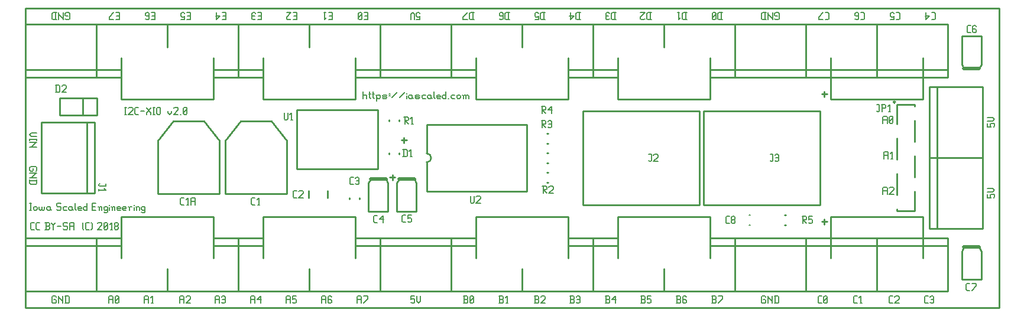
<source format=gbr>
G04 start of page 8 for group -4079 idx -4079 *
G04 Title: (unknown), topsilk *
G04 Creator: pcb 20140316 *
G04 CreationDate: Mon 29 Jan 2018 01:09:38 AM GMT UTC *
G04 For: railfan *
G04 Format: Gerber/RS-274X *
G04 PCB-Dimensions (mil): 5500.00 1700.00 *
G04 PCB-Coordinate-Origin: lower left *
%MOIN*%
%FSLAX25Y25*%
%LNTOPSILK*%
%ADD79C,0.0200*%
%ADD78C,0.0080*%
%ADD77C,0.0100*%
G54D77*X449500Y49000D02*X452500D01*
X451000Y50500D02*Y47500D01*
X500Y500D02*X549500D01*
X500Y169500D02*Y500D01*
X207500Y75500D02*Y72500D01*
X206000Y74000D02*X209000D01*
X214000Y96500D02*Y93500D01*
X212500Y95000D02*X215500D01*
X500Y169500D02*X549500D01*
X451000Y122500D02*Y119500D01*
X449500Y121000D02*X452500D01*
X549500Y169500D02*Y500D01*
G54D78*X218000Y7000D02*X220000D01*
X218000D02*Y5000D01*
X218500Y5500D01*
X219500D01*
X220000Y5000D01*
Y3500D01*
X219500Y3000D02*X220000Y3500D01*
X218500Y3000D02*X219500D01*
X218000Y3500D02*X218500Y3000D01*
X221200Y7000D02*Y4000D01*
X222200Y3000D01*
X223200Y4000D01*
Y7000D02*Y4000D01*
X247500Y3000D02*X249500D01*
X250000Y3500D01*
Y4500D02*Y3500D01*
X249500Y5000D02*X250000Y4500D01*
X248000Y5000D02*X249500D01*
X248000Y7000D02*Y3000D01*
X247500Y7000D02*X249500D01*
X250000Y6500D01*
Y5500D01*
X249500Y5000D02*X250000Y5500D01*
X251200Y3500D02*X251700Y3000D01*
X251200Y6500D02*Y3500D01*
Y6500D02*X251700Y7000D01*
X252700D01*
X253200Y6500D01*
Y3500D01*
X252700Y3000D02*X253200Y3500D01*
X251700Y3000D02*X252700D01*
X251200Y4000D02*X253200Y6000D01*
X267500Y3000D02*X269500D01*
X270000Y3500D01*
Y4500D02*Y3500D01*
X269500Y5000D02*X270000Y4500D01*
X268000Y5000D02*X269500D01*
X268000Y7000D02*Y3000D01*
X267500Y7000D02*X269500D01*
X270000Y6500D01*
Y5500D01*
X269500Y5000D02*X270000Y5500D01*
X271700Y3000D02*X272700D01*
X272200Y7000D02*Y3000D01*
X271200Y6000D02*X272200Y7000D01*
X287500Y3000D02*X289500D01*
X290000Y3500D01*
Y4500D02*Y3500D01*
X289500Y5000D02*X290000Y4500D01*
X288000Y5000D02*X289500D01*
X288000Y7000D02*Y3000D01*
X287500Y7000D02*X289500D01*
X290000Y6500D01*
Y5500D01*
X289500Y5000D02*X290000Y5500D01*
X291200Y6500D02*X291700Y7000D01*
X293200D01*
X293700Y6500D01*
Y5500D01*
X291200Y3000D02*X293700Y5500D01*
X291200Y3000D02*X293700D01*
X508000D02*X509500D01*
X507500Y3500D02*X508000Y3000D01*
X507500Y6500D02*Y3500D01*
Y6500D02*X508000Y7000D01*
X509500D01*
X510700Y6500D02*X511200Y7000D01*
X512200D01*
X512700Y6500D01*
Y3500D01*
X512200Y3000D02*X512700Y3500D01*
X511200Y3000D02*X512200D01*
X510700Y3500D02*X511200Y3000D01*
Y5000D02*X512700D01*
X448000Y3000D02*X449500D01*
X447500Y3500D02*X448000Y3000D01*
X447500Y6500D02*Y3500D01*
Y6500D02*X448000Y7000D01*
X449500D01*
X450700Y3500D02*X451200Y3000D01*
X450700Y6500D02*Y3500D01*
Y6500D02*X451200Y7000D01*
X452200D01*
X452700Y6500D01*
Y3500D01*
X452200Y3000D02*X452700Y3500D01*
X451200Y3000D02*X452200D01*
X450700Y4000D02*X452700Y6000D01*
X468000Y3000D02*X469500D01*
X467500Y3500D02*X468000Y3000D01*
X467500Y6500D02*Y3500D01*
Y6500D02*X468000Y7000D01*
X469500D01*
X471200Y3000D02*X472200D01*
X471700Y7000D02*Y3000D01*
X470700Y6000D02*X471700Y7000D01*
X107500Y6500D02*Y3000D01*
Y6500D02*X108000Y7000D01*
X109500D01*
X110000Y6500D01*
Y3000D01*
X107500Y5000D02*X110000D01*
X111200Y6500D02*X111700Y7000D01*
X112700D01*
X113200Y6500D01*
Y3500D01*
X112700Y3000D02*X113200Y3500D01*
X111700Y3000D02*X112700D01*
X111200Y3500D02*X111700Y3000D01*
Y5000D02*X113200D01*
X167500Y6500D02*Y3000D01*
Y6500D02*X168000Y7000D01*
X169500D01*
X170000Y6500D01*
Y3000D01*
X167500Y5000D02*X170000D01*
X172700Y7000D02*X173200Y6500D01*
X171700Y7000D02*X172700D01*
X171200Y6500D02*X171700Y7000D01*
X171200Y6500D02*Y3500D01*
X171700Y3000D01*
X172700Y5000D02*X173200Y4500D01*
X171200Y5000D02*X172700D01*
X171700Y3000D02*X172700D01*
X173200Y3500D01*
Y4500D02*Y3500D01*
X187500Y6500D02*Y3000D01*
Y6500D02*X188000Y7000D01*
X189500D01*
X190000Y6500D01*
Y3000D01*
X187500Y5000D02*X190000D01*
X191200Y3000D02*X193700Y5500D01*
Y7000D02*Y5500D01*
X191200Y7000D02*X193700D01*
X127500Y6500D02*Y3000D01*
Y6500D02*X128000Y7000D01*
X129500D01*
X130000Y6500D01*
Y3000D01*
X127500Y5000D02*X130000D01*
X131200D02*X133200Y7000D01*
X131200Y5000D02*X133700D01*
X133200Y7000D02*Y3000D01*
X147500Y6500D02*Y3000D01*
Y6500D02*X148000Y7000D01*
X149500D01*
X150000Y6500D01*
Y3000D01*
X147500Y5000D02*X150000D01*
X151200Y7000D02*X153200D01*
X151200D02*Y5000D01*
X151700Y5500D01*
X152700D01*
X153200Y5000D01*
Y3500D01*
X152700Y3000D02*X153200Y3500D01*
X151700Y3000D02*X152700D01*
X151200Y3500D02*X151700Y3000D01*
X87500Y6500D02*Y3000D01*
Y6500D02*X88000Y7000D01*
X89500D01*
X90000Y6500D01*
Y3000D01*
X87500Y5000D02*X90000D01*
X91200Y6500D02*X91700Y7000D01*
X93200D01*
X93700Y6500D01*
Y5500D01*
X91200Y3000D02*X93700Y5500D01*
X91200Y3000D02*X93700D01*
X47500Y6500D02*Y3000D01*
Y6500D02*X48000Y7000D01*
X49500D01*
X50000Y6500D01*
Y3000D01*
X47500Y5000D02*X50000D01*
X51200Y3500D02*X51700Y3000D01*
X51200Y6500D02*Y3500D01*
Y6500D02*X51700Y7000D01*
X52700D01*
X53200Y6500D01*
Y3500D01*
X52700Y3000D02*X53200Y3500D01*
X51700Y3000D02*X52700D01*
X51200Y4000D02*X53200Y6000D01*
X67500Y6500D02*Y3000D01*
Y6500D02*X68000Y7000D01*
X69500D01*
X70000Y6500D01*
Y3000D01*
X67500Y5000D02*X70000D01*
X71700Y3000D02*X72700D01*
X72200Y7000D02*Y3000D01*
X71200Y6000D02*X72200Y7000D01*
X17500D02*X18000Y6500D01*
X16000Y7000D02*X17500D01*
X15500Y6500D02*X16000Y7000D01*
X15500Y6500D02*Y3500D01*
X16000Y3000D01*
X17500D01*
X18000Y3500D01*
Y4500D02*Y3500D01*
X17500Y5000D02*X18000Y4500D01*
X16500Y5000D02*X17500D01*
X19200Y7000D02*Y3000D01*
Y7000D02*Y6500D01*
X21700Y4000D01*
Y7000D02*Y3000D01*
X23400Y7000D02*Y3000D01*
X24900Y7000D02*X25400Y6500D01*
Y3500D01*
X24900Y3000D02*X25400Y3500D01*
X22900Y3000D02*X24900D01*
X22900Y7000D02*X24900D01*
X7000Y78000D02*X6500Y77500D01*
X7000Y79500D02*Y78000D01*
X6500Y80000D02*X7000Y79500D01*
X3500Y80000D02*X6500D01*
X3500D02*X3000Y79500D01*
Y78000D01*
X3500Y77500D01*
X4500D01*
X5000Y78000D02*X4500Y77500D01*
X5000Y79000D02*Y78000D01*
X3000Y76300D02*X7000D01*
X6500D02*X7000D01*
X6500D02*X4000Y73800D01*
X3000D02*X7000D01*
X3000Y72100D02*X7000D01*
Y70600D02*X6500Y70100D01*
X3500D02*X6500D01*
X3000Y70600D02*X3500Y70100D01*
X3000Y72600D02*Y70600D01*
X7000Y72600D02*Y70600D01*
X4000Y44500D02*X5500D01*
X3500Y45000D02*X4000Y44500D01*
X3500Y48000D02*Y45000D01*
Y48000D02*X4000Y48500D01*
X5500D01*
X7200Y44500D02*X8700D01*
X6700Y45000D02*X7200Y44500D01*
X6700Y48000D02*Y45000D01*
Y48000D02*X7200Y48500D01*
X8700D01*
X11700Y44500D02*X13700D01*
X14200Y45000D01*
Y46000D02*Y45000D01*
X13700Y46500D02*X14200Y46000D01*
X12200Y46500D02*X13700D01*
X12200Y48500D02*Y44500D01*
X11700Y48500D02*X13700D01*
X14200Y48000D01*
Y47000D01*
X13700Y46500D02*X14200Y47000D01*
X15400Y48500D02*Y48000D01*
X16400Y47000D01*
X17400Y48000D01*
Y48500D02*Y48000D01*
X16400Y47000D02*Y44500D01*
X18600Y46500D02*X20600D01*
X23800Y48500D02*X24300Y48000D01*
X22300Y48500D02*X23800D01*
X21800Y48000D02*X22300Y48500D01*
X21800Y48000D02*Y47000D01*
X22300Y46500D01*
X23800D01*
X24300Y46000D01*
Y45000D01*
X23800Y44500D02*X24300Y45000D01*
X22300Y44500D02*X23800D01*
X21800Y45000D02*X22300Y44500D01*
X25500Y48000D02*Y44500D01*
Y48000D02*X26000Y48500D01*
X27500D01*
X28000Y48000D01*
Y44500D01*
X25500Y46500D02*X28000D01*
X32800Y45000D02*X33300Y44500D01*
X32800Y48000D02*X33300Y48500D01*
X32800Y48000D02*Y45000D01*
X35000Y44500D02*X36500D01*
X34500Y45000D02*X35000Y44500D01*
X34500Y48000D02*Y45000D01*
Y48000D02*X35000Y48500D01*
X36500D01*
X37700D02*X38200Y48000D01*
Y45000D01*
X37700Y44500D02*X38200Y45000D01*
X41200Y48000D02*X41700Y48500D01*
X43200D01*
X43700Y48000D01*
Y47000D01*
X41200Y44500D02*X43700Y47000D01*
X41200Y44500D02*X43700D01*
X44900Y45000D02*X45400Y44500D01*
X44900Y48000D02*Y45000D01*
Y48000D02*X45400Y48500D01*
X46400D01*
X46900Y48000D01*
Y45000D01*
X46400Y44500D02*X46900Y45000D01*
X45400Y44500D02*X46400D01*
X44900Y45500D02*X46900Y47500D01*
X48600Y44500D02*X49600D01*
X49100Y48500D02*Y44500D01*
X48100Y47500D02*X49100Y48500D01*
X50800Y45000D02*X51300Y44500D01*
X50800Y46000D02*Y45000D01*
Y46000D02*X51300Y46500D01*
X52300D01*
X52800Y46000D01*
Y45000D01*
X52300Y44500D02*X52800Y45000D01*
X51300Y44500D02*X52300D01*
X50800Y47000D02*X51300Y46500D01*
X50800Y48000D02*Y47000D01*
Y48000D02*X51300Y48500D01*
X52300D01*
X52800Y48000D01*
Y47000D01*
X52300Y46500D02*X52800Y47000D01*
X3000Y59500D02*X4000D01*
X3500D02*Y55500D01*
X3000D02*X4000D01*
X5200Y57000D02*Y56000D01*
Y57000D02*X5700Y57500D01*
X6700D01*
X7200Y57000D01*
Y56000D01*
X6700Y55500D02*X7200Y56000D01*
X5700Y55500D02*X6700D01*
X5200Y56000D02*X5700Y55500D01*
X8400Y57500D02*Y56000D01*
X8900Y55500D01*
X9400D01*
X9900Y56000D01*
Y57500D02*Y56000D01*
X10400Y55500D01*
X10900D01*
X11400Y56000D01*
Y57500D02*Y56000D01*
X14100Y57500D02*X14600Y57000D01*
X13100Y57500D02*X14100D01*
X12600Y57000D02*X13100Y57500D01*
X12600Y57000D02*Y56000D01*
X13100Y55500D01*
X14600Y57500D02*Y56000D01*
X15100Y55500D01*
X13100D02*X14100D01*
X14600Y56000D01*
X20100Y59500D02*X20600Y59000D01*
X18600Y59500D02*X20100D01*
X18100Y59000D02*X18600Y59500D01*
X18100Y59000D02*Y58000D01*
X18600Y57500D01*
X20100D01*
X20600Y57000D01*
Y56000D01*
X20100Y55500D02*X20600Y56000D01*
X18600Y55500D02*X20100D01*
X18100Y56000D02*X18600Y55500D01*
X22300Y57500D02*X23800D01*
X21800Y57000D02*X22300Y57500D01*
X21800Y57000D02*Y56000D01*
X22300Y55500D01*
X23800D01*
X26500Y57500D02*X27000Y57000D01*
X25500Y57500D02*X26500D01*
X25000Y57000D02*X25500Y57500D01*
X25000Y57000D02*Y56000D01*
X25500Y55500D01*
X27000Y57500D02*Y56000D01*
X27500Y55500D01*
X25500D02*X26500D01*
X27000Y56000D01*
X28700Y59500D02*Y56000D01*
X29200Y55500D01*
X30700D02*X32200D01*
X30200Y56000D02*X30700Y55500D01*
X30200Y57000D02*Y56000D01*
Y57000D02*X30700Y57500D01*
X31700D01*
X32200Y57000D01*
X30200Y56500D02*X32200D01*
Y57000D02*Y56500D01*
X35400Y59500D02*Y55500D01*
X34900D02*X35400Y56000D01*
X33900Y55500D02*X34900D01*
X33400Y56000D02*X33900Y55500D01*
X33400Y57000D02*Y56000D01*
Y57000D02*X33900Y57500D01*
X34900D01*
X35400Y57000D01*
X38400Y57500D02*X39900D01*
X38400Y55500D02*X40400D01*
X38400Y59500D02*Y55500D01*
Y59500D02*X40400D01*
X42100Y57000D02*Y55500D01*
Y57000D02*X42600Y57500D01*
X43100D01*
X43600Y57000D01*
Y55500D01*
X41600Y57500D02*X42100Y57000D01*
X46300Y57500D02*X46800Y57000D01*
X45300Y57500D02*X46300D01*
X44800Y57000D02*X45300Y57500D01*
X44800Y57000D02*Y56000D01*
X45300Y55500D01*
X46300D01*
X46800Y56000D01*
X44800Y54500D02*X45300Y54000D01*
X46300D01*
X46800Y54500D01*
Y57500D02*Y54500D01*
X48000Y58500D02*Y58000D01*
Y57000D02*Y55500D01*
X49500Y57000D02*Y55500D01*
Y57000D02*X50000Y57500D01*
X50500D01*
X51000Y57000D01*
Y55500D01*
X49000Y57500D02*X49500Y57000D01*
X52700Y55500D02*X54200D01*
X52200Y56000D02*X52700Y55500D01*
X52200Y57000D02*Y56000D01*
Y57000D02*X52700Y57500D01*
X53700D01*
X54200Y57000D01*
X52200Y56500D02*X54200D01*
Y57000D02*Y56500D01*
X55900Y55500D02*X57400D01*
X55400Y56000D02*X55900Y55500D01*
X55400Y57000D02*Y56000D01*
Y57000D02*X55900Y57500D01*
X56900D01*
X57400Y57000D01*
X55400Y56500D02*X57400D01*
Y57000D02*Y56500D01*
X59100Y57000D02*Y55500D01*
Y57000D02*X59600Y57500D01*
X60600D01*
X58600D02*X59100Y57000D01*
X61800Y58500D02*Y58000D01*
Y57000D02*Y55500D01*
X63300Y57000D02*Y55500D01*
Y57000D02*X63800Y57500D01*
X64300D01*
X64800Y57000D01*
Y55500D01*
X62800Y57500D02*X63300Y57000D01*
X67500Y57500D02*X68000Y57000D01*
X66500Y57500D02*X67500D01*
X66000Y57000D02*X66500Y57500D01*
X66000Y57000D02*Y56000D01*
X66500Y55500D01*
X67500D01*
X68000Y56000D01*
X66000Y54500D02*X66500Y54000D01*
X67500D01*
X68000Y54500D01*
Y57500D02*Y54500D01*
X4000Y99000D02*X7000D01*
X4000D02*X3000Y98000D01*
X4000Y97000D01*
X7000D01*
Y95800D02*Y94800D01*
X3000Y95300D02*X7000D01*
X3000Y95800D02*Y94800D01*
Y93600D02*X7000D01*
X6500D02*X7000D01*
X6500D02*X4000Y91100D01*
X3000D02*X7000D01*
X56500Y113500D02*X57500D01*
X57000D02*Y109500D01*
X56500D02*X57500D01*
X58700Y113000D02*X59200Y113500D01*
X60700D01*
X61200Y113000D01*
Y112000D01*
X58700Y109500D02*X61200Y112000D01*
X58700Y109500D02*X61200D01*
X62900D02*X64400D01*
X62400Y110000D02*X62900Y109500D01*
X62400Y113000D02*Y110000D01*
Y113000D02*X62900Y113500D01*
X64400D01*
X65600Y111500D02*X67600D01*
X68800Y113500D02*Y113000D01*
X71300Y110500D01*
Y109500D01*
X68800Y110500D02*Y109500D01*
Y110500D02*X71300Y113000D01*
Y113500D02*Y113000D01*
X72500Y113500D02*X73500D01*
X73000D02*Y109500D01*
X72500D02*X73500D01*
X74700Y113000D02*Y110000D01*
Y113000D02*X75200Y113500D01*
X76200D01*
X76700Y113000D01*
Y110000D01*
X76200Y109500D02*X76700Y110000D01*
X75200Y109500D02*X76200D01*
X74700Y110000D02*X75200Y109500D01*
X81000Y111500D02*Y110500D01*
X82000Y109500D01*
X83000Y110500D01*
Y111500D02*Y110500D01*
X84200Y113000D02*X84700Y113500D01*
X86200D01*
X86700Y113000D01*
Y112000D01*
X84200Y109500D02*X86700Y112000D01*
X84200Y109500D02*X86700D01*
X87900D02*X88400D01*
X89600Y110000D02*X90100Y109500D01*
X89600Y113000D02*Y110000D01*
Y113000D02*X90100Y113500D01*
X91100D01*
X91600Y113000D01*
Y110000D01*
X91100Y109500D02*X91600Y110000D01*
X90100Y109500D02*X91100D01*
X89600Y110500D02*X91600Y112500D01*
X353000Y167000D02*Y163000D01*
X351500D02*X351000Y163500D01*
Y166500D02*Y163500D01*
X351500Y167000D02*X351000Y166500D01*
X351500Y167000D02*X353500D01*
X351500Y163000D02*X353500D01*
X349800Y163500D02*X349300Y163000D01*
X347800D02*X349300D01*
X347800D02*X347300Y163500D01*
Y164500D02*Y163500D01*
X349800Y167000D02*X347300Y164500D01*
Y167000D02*X349800D01*
X393000D02*Y163000D01*
X391500D02*X391000Y163500D01*
Y166500D02*Y163500D01*
X391500Y167000D02*X391000Y166500D01*
X391500Y167000D02*X393500D01*
X391500Y163000D02*X393500D01*
X389800Y166500D02*X389300Y167000D01*
X389800Y166500D02*Y163500D01*
X389300Y163000D01*
X388300D02*X389300D01*
X388300D02*X387800Y163500D01*
Y166500D02*Y163500D01*
X388300Y167000D02*X387800Y166500D01*
X388300Y167000D02*X389300D01*
X389800Y166000D02*X387800Y164000D01*
X373000Y167000D02*Y163000D01*
X371500D02*X371000Y163500D01*
Y166500D02*Y163500D01*
X371500Y167000D02*X371000Y166500D01*
X371500Y167000D02*X373500D01*
X371500Y163000D02*X373500D01*
X368300Y167000D02*X369300D01*
X368800D02*Y163000D01*
X369800Y164000D02*X368800Y163000D01*
X333000Y167000D02*Y163000D01*
X331500D02*X331000Y163500D01*
Y166500D02*Y163500D01*
X331500Y167000D02*X331000Y166500D01*
X331500Y167000D02*X333500D01*
X331500Y163000D02*X333500D01*
X329800Y163500D02*X329300Y163000D01*
X328300D02*X329300D01*
X328300D02*X327800Y163500D01*
Y166500D02*Y163500D01*
X328300Y167000D02*X327800Y166500D01*
X328300Y167000D02*X329300D01*
X329800Y166500D02*X329300Y167000D01*
X327800Y165000D02*X329300D01*
X273000Y167000D02*Y163000D01*
X271500D02*X271000Y163500D01*
Y166500D02*Y163500D01*
X271500Y167000D02*X271000Y166500D01*
X271500Y167000D02*X273500D01*
X271500Y163000D02*X273500D01*
X268300D02*X267800Y163500D01*
X268300Y163000D02*X269300D01*
X269800Y163500D02*X269300Y163000D01*
X269800Y166500D02*Y163500D01*
Y166500D02*X269300Y167000D01*
X268300Y165000D02*X267800Y165500D01*
X268300Y165000D02*X269800D01*
X268300Y167000D02*X269300D01*
X268300D02*X267800Y166500D01*
Y165500D01*
X253000Y167000D02*Y163000D01*
X251500D02*X251000Y163500D01*
Y166500D02*Y163500D01*
X251500Y167000D02*X251000Y166500D01*
X251500Y167000D02*X253500D01*
X251500Y163000D02*X253500D01*
X249800Y167000D02*X247300Y164500D01*
Y163000D01*
X249800D01*
X313000Y167000D02*Y163000D01*
X311500D02*X311000Y163500D01*
Y166500D02*Y163500D01*
X311500Y167000D02*X311000Y166500D01*
X311500Y167000D02*X313500D01*
X311500Y163000D02*X313500D01*
X309800Y165000D02*X307800Y163000D01*
X307300Y165000D02*X309800D01*
X307800Y167000D02*Y163000D01*
X293000Y167000D02*Y163000D01*
X291500D02*X291000Y163500D01*
Y166500D02*Y163500D01*
X291500Y167000D02*X291000Y166500D01*
X291500Y167000D02*X293500D01*
X291500Y163000D02*X293500D01*
X287800D02*X289800D01*
Y165000D02*Y163000D01*
Y165000D02*X289300Y164500D01*
X288300D02*X289300D01*
X288300D02*X287800Y165000D01*
Y166500D02*Y165000D01*
X288300Y167000D02*X287800Y166500D01*
X288300Y167000D02*X289300D01*
X289800Y166500D02*X289300Y167000D01*
X152000Y165000D02*X153500D01*
X151500Y167000D02*X153500D01*
Y163000D01*
X151500D02*X153500D01*
X150300Y163500D02*X149800Y163000D01*
X148300D02*X149800D01*
X148300D02*X147800Y163500D01*
Y164500D02*Y163500D01*
X150300Y167000D02*X147800Y164500D01*
Y167000D02*X150300D01*
X192000Y165000D02*X193500D01*
X191500Y167000D02*X193500D01*
Y163000D01*
X191500D02*X193500D01*
X190300Y166500D02*X189800Y167000D01*
X190300Y166500D02*Y163500D01*
X189800Y163000D01*
X188800D02*X189800D01*
X188800D02*X188300Y163500D01*
Y166500D02*Y163500D01*
X188800Y167000D02*X188300Y166500D01*
X188800Y167000D02*X189800D01*
X190300Y166000D02*X188300Y164000D01*
X172000Y165000D02*X173500D01*
X171500Y167000D02*X173500D01*
Y163000D01*
X171500D02*X173500D01*
X168800Y167000D02*X169800D01*
X169300D02*Y163000D01*
X170300Y164000D02*X169300Y163000D01*
X132000Y165000D02*X133500D01*
X131500Y167000D02*X133500D01*
Y163000D01*
X131500D02*X133500D01*
X130300Y163500D02*X129800Y163000D01*
X128800D02*X129800D01*
X128800D02*X128300Y163500D01*
Y166500D02*Y163500D01*
X128800Y167000D02*X128300Y166500D01*
X128800Y167000D02*X129800D01*
X130300Y166500D02*X129800Y167000D01*
X128300Y165000D02*X129800D01*
X72000D02*X73500D01*
X71500Y167000D02*X73500D01*
Y163000D01*
X71500D02*X73500D01*
X68800D02*X68300Y163500D01*
X68800Y163000D02*X69800D01*
X70300Y163500D02*X69800Y163000D01*
X70300Y166500D02*Y163500D01*
Y166500D02*X69800Y167000D01*
X68800Y165000D02*X68300Y165500D01*
X68800Y165000D02*X70300D01*
X68800Y167000D02*X69800D01*
X68800D02*X68300Y166500D01*
Y165500D01*
X52000Y165000D02*X53500D01*
X51500Y167000D02*X53500D01*
Y163000D01*
X51500D02*X53500D01*
X50300Y167000D02*X47800Y164500D01*
Y163000D01*
X50300D01*
X112000Y165000D02*X113500D01*
X111500Y167000D02*X113500D01*
Y163000D01*
X111500D02*X113500D01*
X110300Y165000D02*X108300Y163000D01*
X107800Y165000D02*X110300D01*
X108300Y167000D02*Y163000D01*
X92000Y165000D02*X93500D01*
X91500Y167000D02*X93500D01*
Y163000D01*
X91500D02*X93500D01*
X88300D02*X90300D01*
Y165000D02*Y163000D01*
Y165000D02*X89800Y164500D01*
X88800D02*X89800D01*
X88800D02*X88300Y165000D01*
Y166500D02*Y165000D01*
X88800Y167000D02*X88300Y166500D01*
X88800Y167000D02*X89800D01*
X90300Y166500D02*X89800Y167000D01*
X23500Y163000D02*X23000Y163500D01*
X23500Y163000D02*X25000D01*
X25500Y163500D02*X25000Y163000D01*
X25500Y166500D02*Y163500D01*
Y166500D02*X25000Y167000D01*
X23500D02*X25000D01*
X23500D02*X23000Y166500D01*
Y165500D01*
X23500Y165000D02*X23000Y165500D01*
X23500Y165000D02*X24500D01*
X21800Y167000D02*Y163000D01*
Y163500D02*Y163000D01*
Y163500D02*X19300Y166000D01*
Y167000D02*Y163000D01*
X17600Y167000D02*Y163000D01*
X16100D02*X15600Y163500D01*
Y166500D02*Y163500D01*
X16100Y167000D02*X15600Y166500D01*
X16100Y167000D02*X18100D01*
X16100Y163000D02*X18100D01*
X423500D02*X423000Y163500D01*
X423500Y163000D02*X425000D01*
X425500Y163500D02*X425000Y163000D01*
X425500Y166500D02*Y163500D01*
Y166500D02*X425000Y167000D01*
X423500D02*X425000D01*
X423500D02*X423000Y166500D01*
Y165500D01*
X423500Y165000D02*X423000Y165500D01*
X423500Y165000D02*X424500D01*
X421800Y167000D02*Y163000D01*
Y163500D02*Y163000D01*
Y163500D02*X419300Y166000D01*
Y167000D02*Y163000D01*
X417600Y167000D02*Y163000D01*
X416100D02*X415600Y163500D01*
Y166500D02*Y163500D01*
X416100Y167000D02*X415600Y166500D01*
X416100Y167000D02*X418100D01*
X416100Y163000D02*X418100D01*
X471500Y167000D02*X473000D01*
X473500Y166500D02*X473000Y167000D01*
X473500Y166500D02*Y163500D01*
X473000Y163000D01*
X471500D02*X473000D01*
X468800D02*X468300Y163500D01*
X468800Y163000D02*X469800D01*
X470300Y163500D02*X469800Y163000D01*
X470300Y166500D02*Y163500D01*
Y166500D02*X469800Y167000D01*
X468800Y165000D02*X468300Y165500D01*
X468800Y165000D02*X470300D01*
X468800Y167000D02*X469800D01*
X468800D02*X468300Y166500D01*
Y165500D01*
X451500Y167000D02*X453000D01*
X453500Y166500D02*X453000Y167000D01*
X453500Y166500D02*Y163500D01*
X453000Y163000D01*
X451500D02*X453000D01*
X450300Y167000D02*X447800Y164500D01*
Y163000D01*
X450300D01*
X511500Y167000D02*X513000D01*
X513500Y166500D02*X513000Y167000D01*
X513500Y166500D02*Y163500D01*
X513000Y163000D01*
X511500D02*X513000D01*
X510300Y165000D02*X508300Y163000D01*
X507800Y165000D02*X510300D01*
X508300Y167000D02*Y163000D01*
X491500Y167000D02*X493000D01*
X493500Y166500D02*X493000Y167000D01*
X493500Y166500D02*Y163500D01*
X493000Y163000D01*
X491500D02*X493000D01*
X488300D02*X490300D01*
Y165000D02*Y163000D01*
Y165000D02*X489800Y164500D01*
X488800D02*X489800D01*
X488800D02*X488300Y165000D01*
Y166500D02*Y165000D01*
X488800Y167000D02*X488300Y166500D01*
X488800Y167000D02*X489800D01*
X490300Y166500D02*X489800Y167000D01*
X221000Y163000D02*X223000D01*
Y165000D02*Y163000D01*
Y165000D02*X222500Y164500D01*
X221500D02*X222500D01*
X221500D02*X221000Y165000D01*
Y166500D02*Y165000D01*
X221500Y167000D02*X221000Y166500D01*
X221500Y167000D02*X222500D01*
X223000Y166500D02*X222500Y167000D01*
X219800Y166000D02*Y163000D01*
Y166000D02*X218800Y167000D01*
X217800Y166000D01*
Y163000D01*
X307500Y3000D02*X309500D01*
X310000Y3500D01*
Y4500D02*Y3500D01*
X309500Y5000D02*X310000Y4500D01*
X308000Y5000D02*X309500D01*
X308000Y7000D02*Y3000D01*
X307500Y7000D02*X309500D01*
X310000Y6500D01*
Y5500D01*
X309500Y5000D02*X310000Y5500D01*
X311200Y6500D02*X311700Y7000D01*
X312700D01*
X313200Y6500D01*
Y3500D01*
X312700Y3000D02*X313200Y3500D01*
X311700Y3000D02*X312700D01*
X311200Y3500D02*X311700Y3000D01*
Y5000D02*X313200D01*
X367500Y3000D02*X369500D01*
X370000Y3500D01*
Y4500D02*Y3500D01*
X369500Y5000D02*X370000Y4500D01*
X368000Y5000D02*X369500D01*
X368000Y7000D02*Y3000D01*
X367500Y7000D02*X369500D01*
X370000Y6500D01*
Y5500D01*
X369500Y5000D02*X370000Y5500D01*
X372700Y7000D02*X373200Y6500D01*
X371700Y7000D02*X372700D01*
X371200Y6500D02*X371700Y7000D01*
X371200Y6500D02*Y3500D01*
X371700Y3000D01*
X372700Y5000D02*X373200Y4500D01*
X371200Y5000D02*X372700D01*
X371700Y3000D02*X372700D01*
X373200Y3500D01*
Y4500D02*Y3500D01*
X327500Y3000D02*X329500D01*
X330000Y3500D01*
Y4500D02*Y3500D01*
X329500Y5000D02*X330000Y4500D01*
X328000Y5000D02*X329500D01*
X328000Y7000D02*Y3000D01*
X327500Y7000D02*X329500D01*
X330000Y6500D01*
Y5500D01*
X329500Y5000D02*X330000Y5500D01*
X331200Y5000D02*X333200Y7000D01*
X331200Y5000D02*X333700D01*
X333200Y7000D02*Y3000D01*
X347500D02*X349500D01*
X350000Y3500D01*
Y4500D02*Y3500D01*
X349500Y5000D02*X350000Y4500D01*
X348000Y5000D02*X349500D01*
X348000Y7000D02*Y3000D01*
X347500Y7000D02*X349500D01*
X350000Y6500D01*
Y5500D01*
X349500Y5000D02*X350000Y5500D01*
X351200Y7000D02*X353200D01*
X351200D02*Y5000D01*
X351700Y5500D01*
X352700D01*
X353200Y5000D01*
Y3500D01*
X352700Y3000D02*X353200Y3500D01*
X351700Y3000D02*X352700D01*
X351200Y3500D02*X351700Y3000D01*
X484000Y108000D02*Y104500D01*
Y108000D02*X484500Y108500D01*
X486000D01*
X486500Y108000D01*
Y104500D01*
X484000Y106500D02*X486500D01*
X487700Y105000D02*X488200Y104500D01*
X487700Y108000D02*Y105000D01*
Y108000D02*X488200Y108500D01*
X489200D01*
X489700Y108000D01*
Y105000D01*
X489200Y104500D02*X489700Y105000D01*
X488200Y104500D02*X489200D01*
X487700Y105500D02*X489700Y107500D01*
X191000Y122500D02*Y118500D01*
Y120000D02*X191500Y120500D01*
X192500D01*
X193000Y120000D01*
Y118500D01*
X194700Y122500D02*Y119000D01*
X195200Y118500D01*
X194200Y121000D02*X195200D01*
X196700Y122500D02*Y119000D01*
X197200Y118500D01*
X196200Y121000D02*X197200D01*
X198700Y120000D02*Y117000D01*
X198200Y120500D02*X198700Y120000D01*
X199200Y120500D01*
X200200D01*
X200700Y120000D01*
Y119000D01*
X200200Y118500D02*X200700Y119000D01*
X199200Y118500D02*X200200D01*
X198700Y119000D02*X199200Y118500D01*
X202400D02*X203900D01*
X204400Y119000D01*
X203900Y119500D02*X204400Y119000D01*
X202400Y119500D02*X203900D01*
X201900Y120000D02*X202400Y119500D01*
X201900Y120000D02*X202400Y120500D01*
X203900D01*
X204400Y120000D01*
X201900Y119000D02*X202400Y118500D01*
X205600Y121000D02*X206100D01*
X205600Y120000D02*X206100D01*
X207300Y119000D02*X210300Y122000D01*
X211500Y119000D02*X214500Y122000D01*
X215700Y121500D02*Y121000D01*
Y120000D02*Y118500D01*
X218200Y120500D02*X218700Y120000D01*
X217200Y120500D02*X218200D01*
X216700Y120000D02*X217200Y120500D01*
X216700Y120000D02*Y119000D01*
X217200Y118500D01*
X218700Y120500D02*Y119000D01*
X219200Y118500D01*
X217200D02*X218200D01*
X218700Y119000D01*
X220900Y118500D02*X222400D01*
X222900Y119000D01*
X222400Y119500D02*X222900Y119000D01*
X220900Y119500D02*X222400D01*
X220400Y120000D02*X220900Y119500D01*
X220400Y120000D02*X220900Y120500D01*
X222400D01*
X222900Y120000D01*
X220400Y119000D02*X220900Y118500D01*
X224600Y120500D02*X226100D01*
X224100Y120000D02*X224600Y120500D01*
X224100Y120000D02*Y119000D01*
X224600Y118500D01*
X226100D01*
X228800Y120500D02*X229300Y120000D01*
X227800Y120500D02*X228800D01*
X227300Y120000D02*X227800Y120500D01*
X227300Y120000D02*Y119000D01*
X227800Y118500D01*
X229300Y120500D02*Y119000D01*
X229800Y118500D01*
X227800D02*X228800D01*
X229300Y119000D01*
X231000Y122500D02*Y119000D01*
X231500Y118500D01*
X233000D02*X234500D01*
X232500Y119000D02*X233000Y118500D01*
X232500Y120000D02*Y119000D01*
Y120000D02*X233000Y120500D01*
X234000D01*
X234500Y120000D01*
X232500Y119500D02*X234500D01*
Y120000D02*Y119500D01*
X237700Y122500D02*Y118500D01*
X237200D02*X237700Y119000D01*
X236200Y118500D02*X237200D01*
X235700Y119000D02*X236200Y118500D01*
X235700Y120000D02*Y119000D01*
Y120000D02*X236200Y120500D01*
X237200D01*
X237700Y120000D01*
X238900Y118500D02*X239400D01*
X241100Y120500D02*X242600D01*
X240600Y120000D02*X241100Y120500D01*
X240600Y120000D02*Y119000D01*
X241100Y118500D01*
X242600D01*
X243800Y120000D02*Y119000D01*
Y120000D02*X244300Y120500D01*
X245300D01*
X245800Y120000D01*
Y119000D01*
X245300Y118500D02*X245800Y119000D01*
X244300Y118500D02*X245300D01*
X243800Y119000D02*X244300Y118500D01*
X247500Y120000D02*Y118500D01*
Y120000D02*X248000Y120500D01*
X248500D01*
X249000Y120000D01*
Y118500D01*
Y120000D02*X249500Y120500D01*
X250000D01*
X250500Y120000D01*
Y118500D01*
X247000Y120500D02*X247500Y120000D01*
X484500Y88000D02*Y84500D01*
Y88000D02*X485000Y88500D01*
X486500D01*
X487000Y88000D01*
Y84500D01*
X484500Y86500D02*X487000D01*
X488700Y84500D02*X489700D01*
X489200Y88500D02*Y84500D01*
X488200Y87500D02*X489200Y88500D01*
X484000Y68000D02*Y64500D01*
Y68000D02*X484500Y68500D01*
X486000D01*
X486500Y68000D01*
Y64500D01*
X484000Y66500D02*X486500D01*
X487700Y68000D02*X488200Y68500D01*
X489700D01*
X490200Y68000D01*
Y67000D01*
X487700Y64500D02*X490200Y67000D01*
X487700Y64500D02*X490200D01*
X387500Y3000D02*X389500D01*
X390000Y3500D01*
Y4500D02*Y3500D01*
X389500Y5000D02*X390000Y4500D01*
X388000Y5000D02*X389500D01*
X388000Y7000D02*Y3000D01*
X387500Y7000D02*X389500D01*
X390000Y6500D01*
Y5500D01*
X389500Y5000D02*X390000Y5500D01*
X391200Y3000D02*X393700Y5500D01*
Y7000D02*Y5500D01*
X391200Y7000D02*X393700D01*
X417500D02*X418000Y6500D01*
X416000Y7000D02*X417500D01*
X415500Y6500D02*X416000Y7000D01*
X415500Y6500D02*Y3500D01*
X416000Y3000D01*
X417500D01*
X418000Y3500D01*
Y4500D02*Y3500D01*
X417500Y5000D02*X418000Y4500D01*
X416500Y5000D02*X417500D01*
X419200Y7000D02*Y3000D01*
Y7000D02*Y6500D01*
X421700Y4000D01*
Y7000D02*Y3000D01*
X423400Y7000D02*Y3000D01*
X424900Y7000D02*X425400Y6500D01*
Y3500D01*
X424900Y3000D02*X425400Y3500D01*
X422900Y3000D02*X424900D01*
X422900Y7000D02*X424900D01*
X488000Y3000D02*X489500D01*
X487500Y3500D02*X488000Y3000D01*
X487500Y6500D02*Y3500D01*
Y6500D02*X488000Y7000D01*
X489500D01*
X490700Y6500D02*X491200Y7000D01*
X492700D01*
X493200Y6500D01*
Y5500D01*
X490700Y3000D02*X493200Y5500D01*
X490700Y3000D02*X493200D01*
X543000Y104500D02*Y102500D01*
X545000D01*
X544500Y103000D01*
Y104000D02*Y103000D01*
Y104000D02*X545000Y104500D01*
X546500D01*
X547000Y104000D02*X546500Y104500D01*
X547000Y104000D02*Y103000D01*
X546500Y102500D02*X547000Y103000D01*
X543000Y105700D02*X546000D01*
X547000Y106700D01*
X546000Y107700D01*
X543000D02*X546000D01*
X543000Y64500D02*Y62500D01*
X545000D01*
X544500Y63000D01*
Y64000D02*Y63000D01*
Y64000D02*X545000Y64500D01*
X546500D01*
X547000Y64000D02*X546500Y64500D01*
X547000Y64000D02*Y63000D01*
X546500Y62500D02*X547000Y63000D01*
X543000Y65700D02*X546000D01*
X547000Y66700D01*
X546000Y67700D01*
X543000D02*X546000D01*
G54D77*X440500Y160300D02*X480500D01*
X440500Y130300D02*X480500D01*
X440500Y134700D02*X480500D01*
Y160300D02*Y130300D01*
X440500Y160300D02*Y130300D01*
X400500Y160300D02*X440500D01*
X400500Y130300D02*X440500D01*
X400500Y134700D02*X440500D01*
Y160300D02*Y130300D01*
X400500Y160300D02*Y130300D01*
X480500Y160300D02*X520500D01*
X480500Y130300D02*X520500D01*
X480500Y134700D02*X520500D01*
Y160300D02*Y130300D01*
X480500Y160300D02*Y130300D01*
G54D79*X529700Y135400D02*X538300D01*
G54D77*X539500Y137800D01*
Y153600D02*Y137800D01*
X528500Y153600D02*X539500D01*
X528500D02*Y137800D01*
X529700Y135400D01*
X492000Y115000D02*X502000D01*
X492000Y55000D02*X502000D01*
Y115000D02*Y114000D01*
Y106000D02*Y94000D01*
Y86000D02*Y74000D01*
Y66000D02*Y55000D01*
X492000Y56000D02*Y55000D01*
Y76000D02*Y64000D01*
Y96000D02*Y84000D01*
Y115000D02*Y104000D01*
X490000Y116500D02*G75*G03X490000Y116500I500J0D01*G01*
X454500Y118200D02*X506500D01*
Y141500D02*Y118200D01*
X454500Y141500D02*Y118200D01*
X480500Y9700D02*X520500D01*
X480500Y39700D02*X520500D01*
X480500Y35300D02*X520500D01*
X480500Y39700D02*Y9700D01*
X520500Y39700D02*Y9700D01*
X440500D02*X480500D01*
X440500Y39700D02*X480500D01*
X440500Y35300D02*X480500D01*
X440500Y39700D02*Y9700D01*
X480500Y39700D02*Y9700D01*
X539500Y32200D02*X538300Y34600D01*
X539500Y32200D02*Y16400D01*
X528500D02*X539500D01*
X528500Y32200D02*Y16400D01*
X529700Y34600D02*X528500Y32200D01*
G54D79*X529700Y34600D02*X538300D01*
G54D77*X400500Y9700D02*X440500D01*
X400500Y39700D02*X440500D01*
X400500Y35300D02*X440500D01*
X400500Y39700D02*Y9700D01*
X440500Y39700D02*Y9700D01*
X454500Y51800D02*X506500D01*
X454500D02*Y28500D01*
X506500Y51800D02*Y28500D01*
X428607Y47245D02*X429393D01*
X428607Y52755D02*X429393D01*
X448500Y111500D02*Y58500D01*
X383000Y111500D02*Y58500D01*
X448500D01*
X383000Y111500D02*X448500D01*
G54D78*X408607Y47245D02*X409393D01*
X408607Y52755D02*X409393D01*
G54D77*X540300Y125000D02*Y85000D01*
X510300Y125000D02*Y85000D01*
X514700Y125000D02*Y85000D01*
X510300D02*X540300D01*
X510300Y125000D02*X540300D01*
Y85000D02*Y45000D01*
X510300Y85000D02*Y45000D01*
X514700Y85000D02*Y45000D01*
X510300D02*X540300D01*
X510300Y85000D02*X540300D01*
X120500Y160300D02*X160500D01*
X120500Y130300D02*X134500D01*
X120500Y134700D02*X134500D01*
X160500Y160300D02*Y147500D01*
X120500Y160300D02*Y130300D01*
X500Y160300D02*X40500D01*
X500Y130300D02*X40500D01*
X500Y134700D02*X40500D01*
Y160300D02*Y130300D01*
X500Y160300D02*Y130300D01*
X40500Y160300D02*X80500D01*
X40500Y130300D02*X54500D01*
X40500Y134700D02*X54500D01*
X80500Y160300D02*Y147500D01*
X40500Y160300D02*Y130300D01*
X80500Y160300D02*X120500D01*
X106500Y130300D02*X120500D01*
X106500Y134700D02*X120500D01*
Y160300D02*Y130300D01*
X80500Y160300D02*Y147500D01*
X54500Y118200D02*X106500D01*
Y141500D02*Y118200D01*
X54500Y141500D02*Y118200D01*
X40500Y9700D02*X80500D01*
X40500Y39700D02*X54500D01*
X40500Y35300D02*X54500D01*
X40500Y39700D02*Y9700D01*
X80500Y22500D02*Y9700D01*
X9700Y105000D02*Y65000D01*
X39700Y105000D02*Y65000D01*
X35300Y105000D02*Y65000D01*
X9700Y105000D02*X39700D01*
X9700Y65000D02*X39700D01*
X20000Y118800D02*X41000D01*
X20000Y109200D02*X41000D01*
Y118800D02*Y109200D01*
X20000Y118800D02*Y109200D01*
X33000Y118800D02*Y109200D01*
X54500Y51800D02*X106500D01*
X54500D02*Y28500D01*
X106500Y51800D02*Y28500D01*
X500Y9700D02*X40500D01*
X500Y39700D02*X40500D01*
X500Y35300D02*X40500D01*
X500Y39700D02*Y9700D01*
X40500Y39700D02*Y9700D01*
X101100Y105600D02*X109800Y94700D01*
Y64800D01*
X75200D02*X109800D01*
X75200Y94700D02*Y64800D01*
Y94700D02*X83900Y105600D01*
X101100D01*
G54D79*X195200Y73100D02*X203800D01*
G54D77*X195200D02*X194000Y70700D01*
Y54900D01*
X205000D01*
Y70700D02*Y54900D01*
Y70700D02*X203800Y73100D01*
X188755Y62393D02*Y61607D01*
X183245Y62393D02*Y61607D01*
X205745Y106393D02*Y105607D01*
X211255Y106393D02*Y105607D01*
X153665Y78626D02*X199335D01*
X153665Y112090D02*X199335D01*
X153665D02*Y78626D01*
X199335Y112090D02*Y78626D01*
X170814Y66468D02*Y62532D01*
X160186Y66468D02*Y62532D01*
X205745Y87893D02*Y87107D01*
X211255Y87893D02*Y87107D01*
X80500Y9700D02*X120500D01*
X106500Y39700D02*X120500D01*
X106500Y35300D02*X120500D01*
X80500Y22500D02*Y9700D01*
X120500Y39700D02*Y9700D01*
X160500D02*X200500D01*
X186500Y39700D02*X200500D01*
X186500Y35300D02*X200500D01*
X160500Y22500D02*Y9700D01*
X200500Y39700D02*Y9700D01*
X134500Y51800D02*X186500D01*
X134500D02*Y28500D01*
X186500Y51800D02*Y28500D01*
X120500Y9700D02*X160500D01*
X120500Y39700D02*X134500D01*
X120500Y35300D02*X134500D01*
X120500Y39700D02*Y9700D01*
X160500Y22500D02*Y9700D01*
X134500Y118200D02*X186500D01*
Y141500D02*Y118200D01*
X134500Y141500D02*Y118200D01*
X139100Y105600D02*X147800Y94700D01*
Y64800D01*
X113200D02*X147800D01*
X113200Y94700D02*Y64800D01*
Y94700D02*X121900Y105600D01*
X139100D01*
X160500Y160300D02*X200500D01*
X186500Y130300D02*X200500D01*
X186500Y134700D02*X200500D01*
Y160300D02*Y130300D01*
X160500Y160300D02*Y147500D01*
X280500Y9700D02*X320500D01*
X306500Y39700D02*X320500D01*
X306500Y35300D02*X320500D01*
X280500Y22500D02*Y9700D01*
X320500Y39700D02*Y9700D01*
X240500D02*X280500D01*
X240500Y39700D02*X254500D01*
X240500Y35300D02*X254500D01*
X240500Y39700D02*Y9700D01*
X280500Y22500D02*Y9700D01*
X254500Y51800D02*X306500D01*
X254500D02*Y28500D01*
X306500Y51800D02*Y28500D01*
X360500Y9700D02*X400500D01*
X386500Y39700D02*X400500D01*
X386500Y35300D02*X400500D01*
X360500Y22500D02*Y9700D01*
X400500Y39700D02*Y9700D01*
X320500D02*X360500D01*
X320500Y39700D02*X334500D01*
X320500Y35300D02*X334500D01*
X320500Y39700D02*Y9700D01*
X360500Y22500D02*Y9700D01*
X334500Y51800D02*X386500D01*
X334500D02*Y28500D01*
X386500Y51800D02*Y28500D01*
X380500Y111500D02*Y58500D01*
X315000Y111500D02*Y58500D01*
X380500D01*
X315000Y111500D02*X380500D01*
X200500Y9700D02*X240500D01*
X200500Y39700D02*X240500D01*
X200500Y35300D02*X240500D01*
X200500Y39700D02*Y9700D01*
X240500Y39700D02*Y9700D01*
X200500Y160300D02*X240500D01*
X200500Y130300D02*X240500D01*
X200500Y134700D02*X240500D01*
Y160300D02*Y130300D01*
X200500Y160300D02*Y130300D01*
X360500Y160300D02*X400500D01*
X386500Y130300D02*X400500D01*
X386500Y134700D02*X400500D01*
Y160300D02*Y130300D01*
X360500Y160300D02*Y147500D01*
X240500Y160300D02*X280500D01*
X240500Y130300D02*X254500D01*
X240500Y134700D02*X254500D01*
X280500Y160300D02*Y147500D01*
X240500Y160300D02*Y130300D01*
X320500Y160300D02*X360500D01*
X320500Y130300D02*X334500D01*
X320500Y134700D02*X334500D01*
X360500Y160300D02*Y147500D01*
X320500Y160300D02*Y130300D01*
X280500Y160300D02*X320500D01*
X306500Y130300D02*X320500D01*
X306500Y134700D02*X320500D01*
Y160300D02*Y130300D01*
X280500Y160300D02*Y147500D01*
X334500Y118200D02*X386500D01*
Y141500D02*Y118200D01*
X334500Y141500D02*Y118200D01*
X254500D02*X306500D01*
Y141500D02*Y118200D01*
X254500Y141500D02*Y118200D01*
X226835Y103913D02*Y87500D01*
Y82500D02*Y66087D01*
Y103913D02*X283165D01*
Y66087D01*
X226835D02*X283165D01*
X226835Y82500D02*G75*G03X226835Y87500I0J2500D01*G01*
G54D79*X211200Y73100D02*X219800D01*
G54D77*X211200D02*X210000Y70700D01*
Y54900D01*
X221000D01*
Y70700D02*Y54900D01*
Y70700D02*X219800Y73100D01*
X294607Y98755D02*X295393D01*
X294607Y93245D02*X295393D01*
X294607Y87755D02*X295393D01*
X294607Y82245D02*X295393D01*
X294607Y76755D02*X295393D01*
X294607Y71245D02*X295393D01*
G54D78*X197500Y48500D02*X199000D01*
X197000Y49000D02*X197500Y48500D01*
X197000Y52000D02*Y49000D01*
Y52000D02*X197500Y52500D01*
X199000D01*
X200200Y50500D02*X202200Y52500D01*
X200200Y50500D02*X202700D01*
X202200Y52500D02*Y48500D01*
X184000Y70000D02*X185500D01*
X183500Y70500D02*X184000Y70000D01*
X183500Y73500D02*Y70500D01*
Y73500D02*X184000Y74000D01*
X185500D01*
X186700Y73500D02*X187200Y74000D01*
X188200D01*
X188700Y73500D01*
Y70500D01*
X188200Y70000D02*X188700Y70500D01*
X187200Y70000D02*X188200D01*
X186700Y70500D02*X187200Y70000D01*
Y72000D02*X188700D01*
X214000Y108000D02*X216000D01*
X216500Y107500D01*
Y106500D01*
X216000Y106000D02*X216500Y106500D01*
X214500Y106000D02*X216000D01*
X214500Y108000D02*Y104000D01*
Y106000D02*X216500Y104000D01*
X218200D02*X219200D01*
X218700Y108000D02*Y104000D01*
X217700Y107000D02*X218700Y108000D01*
X213500Y48600D02*X215000D01*
X213000Y49100D02*X213500Y48600D01*
X213000Y52100D02*Y49100D01*
Y52100D02*X213500Y52600D01*
X215000D01*
X216200D02*X218200D01*
X216200D02*Y50600D01*
X216700Y51100D01*
X217700D01*
X218200Y50600D01*
Y49100D01*
X217700Y48600D02*X218200Y49100D01*
X216700Y48600D02*X217700D01*
X216200Y49100D02*X216700Y48600D01*
X213850Y89650D02*Y85650D01*
X215350Y89650D02*X215850Y89150D01*
Y86150D01*
X215350Y85650D02*X215850Y86150D01*
X213350Y85650D02*X215350D01*
X213350Y89650D02*X215350D01*
X217550Y85650D02*X218550D01*
X218050Y89650D02*Y85650D01*
X217050Y88650D02*X218050Y89650D01*
X251500Y63500D02*Y60000D01*
X252000Y59500D01*
X253000D01*
X253500Y60000D01*
Y63500D02*Y60000D01*
X254700Y63000D02*X255200Y63500D01*
X256700D01*
X257200Y63000D01*
Y62000D01*
X254700Y59500D02*X257200Y62000D01*
X254700Y59500D02*X257200D01*
X146500Y110500D02*Y107000D01*
X147000Y106500D01*
X148000D01*
X148500Y107000D01*
Y110500D02*Y107000D01*
X150200Y106500D02*X151200D01*
X150700Y110500D02*Y106500D01*
X149700Y109500D02*X150700Y110500D01*
X46000Y70500D02*Y69000D01*
X42500D02*X46000D01*
X42000Y69500D02*X42500Y69000D01*
X42000Y70000D02*Y69500D01*
X42500Y70500D02*X42000Y70000D01*
Y67300D02*Y66300D01*
Y66800D02*X46000D01*
X45000Y67800D02*X46000Y66800D01*
X18000Y126000D02*Y122000D01*
X19500Y126000D02*X20000Y125500D01*
Y122500D01*
X19500Y122000D02*X20000Y122500D01*
X17500Y122000D02*X19500D01*
X17500Y126000D02*X19500D01*
X21200Y125500D02*X21700Y126000D01*
X23200D01*
X23700Y125500D01*
Y124500D01*
X21200Y122000D02*X23700Y124500D01*
X21200Y122000D02*X23700D01*
X128500Y58500D02*X130000D01*
X128000Y59000D02*X128500Y58500D01*
X128000Y62000D02*Y59000D01*
Y62000D02*X128500Y62500D01*
X130000D01*
X131700Y58500D02*X132700D01*
X132200Y62500D02*Y58500D01*
X131200Y61500D02*X132200Y62500D01*
X152000D02*X153500D01*
X151500Y63000D02*X152000Y62500D01*
X151500Y66000D02*Y63000D01*
Y66000D02*X152000Y66500D01*
X153500D01*
X154700Y66000D02*X155200Y66500D01*
X156700D01*
X157200Y66000D01*
Y65000D01*
X154700Y62500D02*X157200Y65000D01*
X154700Y62500D02*X157200D01*
X88500Y58500D02*X90000D01*
X88000Y59000D02*X88500Y58500D01*
X88000Y62000D02*Y59000D01*
Y62000D02*X88500Y62500D01*
X90000D01*
X91700Y58500D02*X92700D01*
X92200Y62500D02*Y58500D01*
X91200Y61500D02*X92200Y62500D01*
X93900Y62000D02*Y58500D01*
Y62000D02*X94400Y62500D01*
X95900D01*
X96400Y62000D01*
Y58500D01*
X93900Y60500D02*X96400D01*
X480500Y115000D02*X482000D01*
Y111500D01*
X481500Y111000D02*X482000Y111500D01*
X481000Y111000D02*X481500D01*
X480500Y111500D02*X481000Y111000D01*
X483700Y115000D02*Y111000D01*
X483200Y115000D02*X485200D01*
X485700Y114500D01*
Y113500D01*
X485200Y113000D02*X485700Y113500D01*
X483700Y113000D02*X485200D01*
X487400Y111000D02*X488400D01*
X487900Y115000D02*Y111000D01*
X486900Y114000D02*X487900Y115000D01*
X531500Y10100D02*X533000D01*
X531000Y10600D02*X531500Y10100D01*
X531000Y13600D02*Y10600D01*
Y13600D02*X531500Y14100D01*
X533000D01*
X534200Y10100D02*X536700Y12600D01*
Y14100D02*Y12600D01*
X534200Y14100D02*X536700D01*
X438500Y52000D02*X440500D01*
X441000Y51500D01*
Y50500D01*
X440500Y50000D02*X441000Y50500D01*
X439000Y50000D02*X440500D01*
X439000Y52000D02*Y48000D01*
Y50000D02*X441000Y48000D01*
X442200Y52000D02*X444200D01*
X442200D02*Y50000D01*
X442700Y50500D01*
X443700D01*
X444200Y50000D01*
Y48500D01*
X443700Y48000D02*X444200Y48500D01*
X442700Y48000D02*X443700D01*
X442200Y48500D02*X442700Y48000D01*
X420500Y87000D02*X422000D01*
Y83500D01*
X421500Y83000D02*X422000Y83500D01*
X421000Y83000D02*X421500D01*
X420500Y83500D02*X421000Y83000D01*
X423200Y86500D02*X423700Y87000D01*
X424700D01*
X425200Y86500D01*
Y83500D01*
X424700Y83000D02*X425200Y83500D01*
X423700Y83000D02*X424700D01*
X423200Y83500D02*X423700Y83000D01*
Y85000D02*X425200D01*
X396000Y48000D02*X397500D01*
X395500Y48500D02*X396000Y48000D01*
X395500Y51500D02*Y48500D01*
Y51500D02*X396000Y52000D01*
X397500D01*
X398700Y48500D02*X399200Y48000D01*
X398700Y49500D02*Y48500D01*
Y49500D02*X399200Y50000D01*
X400200D01*
X400700Y49500D01*
Y48500D01*
X400200Y48000D02*X400700Y48500D01*
X399200Y48000D02*X400200D01*
X398700Y50500D02*X399200Y50000D01*
X398700Y51500D02*Y50500D01*
Y51500D02*X399200Y52000D01*
X400200D01*
X400700Y51500D01*
Y50500D01*
X400200Y50000D02*X400700Y50500D01*
X532000Y155600D02*X533500D01*
X531500Y156100D02*X532000Y155600D01*
X531500Y159100D02*Y156100D01*
Y159100D02*X532000Y159600D01*
X533500D01*
X536200D02*X536700Y159100D01*
X535200Y159600D02*X536200D01*
X534700Y159100D02*X535200Y159600D01*
X534700Y159100D02*Y156100D01*
X535200Y155600D01*
X536200Y157600D02*X536700Y157100D01*
X534700Y157600D02*X536200D01*
X535200Y155600D02*X536200D01*
X536700Y156100D01*
Y157100D02*Y156100D01*
X291500Y114000D02*X293500D01*
X294000Y113500D01*
Y112500D01*
X293500Y112000D02*X294000Y112500D01*
X292000Y112000D02*X293500D01*
X292000Y114000D02*Y110000D01*
Y112000D02*X294000Y110000D01*
X295200Y112000D02*X297200Y114000D01*
X295200Y112000D02*X297700D01*
X297200Y114000D02*Y110000D01*
X291500Y106000D02*X293500D01*
X294000Y105500D01*
Y104500D01*
X293500Y104000D02*X294000Y104500D01*
X292000Y104000D02*X293500D01*
X292000Y106000D02*Y102000D01*
Y104000D02*X294000Y102000D01*
X295200Y105500D02*X295700Y106000D01*
X296700D01*
X297200Y105500D01*
Y102500D01*
X296700Y102000D02*X297200Y102500D01*
X295700Y102000D02*X296700D01*
X295200Y102500D02*X295700Y102000D01*
Y104000D02*X297200D01*
X292000Y69000D02*X294000D01*
X294500Y68500D01*
Y67500D01*
X294000Y67000D02*X294500Y67500D01*
X292500Y67000D02*X294000D01*
X292500Y69000D02*Y65000D01*
Y67000D02*X294500Y65000D01*
X295700Y68500D02*X296200Y69000D01*
X297700D01*
X298200Y68500D01*
Y67500D01*
X295700Y65000D02*X298200Y67500D01*
X295700Y65000D02*X298200D01*
X352000Y87000D02*X353500D01*
Y83500D01*
X353000Y83000D02*X353500Y83500D01*
X352500Y83000D02*X353000D01*
X352000Y83500D02*X352500Y83000D01*
X354700Y86500D02*X355200Y87000D01*
X356700D01*
X357200Y86500D01*
Y85500D01*
X354700Y83000D02*X357200Y85500D01*
X354700Y83000D02*X357200D01*
M02*

</source>
